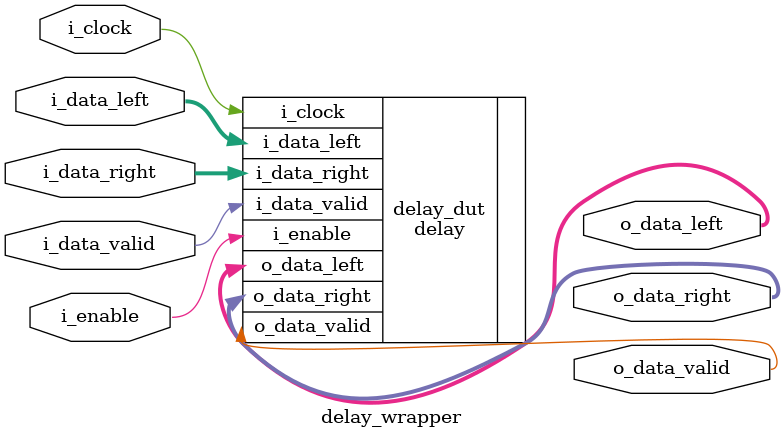
<source format=v>
module delay_wrapper #(
    parameter DELAY_TYPE = "STEREO",         
    parameter FEED_TYPE = "FEEDBACK"        
    )(
    input   wire           i_clock,
    input   wire           i_enable,
    input   wire [31 : 0]  i_data_left,
    input   wire [31 : 0]  i_data_right,
    input   wire           i_data_valid,
    
    output  wire [31 : 0]  o_data_left,
    output  wire [31 : 0]  o_data_right,
    output  wire           o_data_valid
);

    delay # (
      .DELAY_TYPE   (DELAY_TYPE),
      .FEED_TYPE    (FEED_TYPE)
    )
    delay_dut (
    .i_clock        (i_clock),
    .i_enable       (i_enable),
    .i_data_left    (i_data_left),
    .i_data_right   (i_data_right),
    .i_data_valid   (i_data_valid),
    .o_data_left    (o_data_left),
    .o_data_right   (o_data_right),
    .o_data_valid   (o_data_valid)
    );

endmodule
</source>
